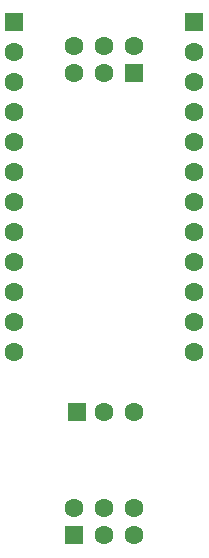
<source format=gbs>
G04 Layer_Color=16711935*
%FSLAX44Y44*%
%MOMM*%
G71*
G01*
G75*
%ADD30R,1.6000X1.6000*%
%ADD31C,1.6000*%
%ADD32R,1.6000X1.6000*%
D30*
X66040Y22860D02*
D03*
X116840Y414020D02*
D03*
X68580Y127000D02*
D03*
D31*
X66040Y45720D02*
D03*
X91440Y22860D02*
D03*
Y45720D02*
D03*
X116840Y22860D02*
D03*
Y45720D02*
D03*
X15240Y203200D02*
D03*
Y228600D02*
D03*
Y254000D02*
D03*
Y279400D02*
D03*
Y304800D02*
D03*
Y330200D02*
D03*
Y355600D02*
D03*
Y381000D02*
D03*
Y431800D02*
D03*
Y406400D02*
D03*
Y177800D02*
D03*
X116840Y436880D02*
D03*
X91440Y414020D02*
D03*
Y436880D02*
D03*
X66040Y414020D02*
D03*
Y436880D02*
D03*
X167640Y203200D02*
D03*
Y228600D02*
D03*
Y254000D02*
D03*
Y279400D02*
D03*
Y304800D02*
D03*
Y330200D02*
D03*
Y355600D02*
D03*
Y381000D02*
D03*
Y431800D02*
D03*
Y406400D02*
D03*
Y177800D02*
D03*
X91440Y127000D02*
D03*
X116840D02*
D03*
D32*
X15240Y457200D02*
D03*
X167640D02*
D03*
M02*

</source>
